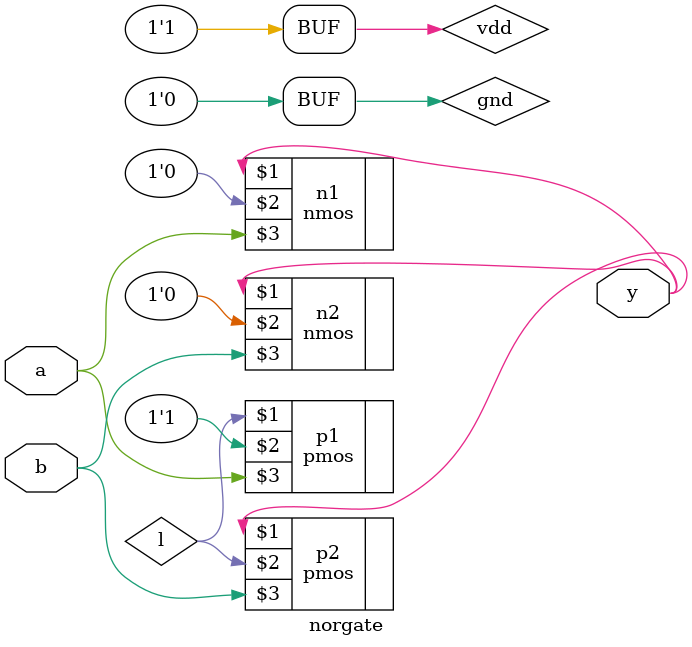
<source format=sv>
module norgate(a,b,y);
input a,b;
output y;
wire l;
supply1 vdd;
supply0 gnd;
pmos p1(l,vdd,a);
pmos p2(y,l,b);
nmos n2(y,gnd,b);
nmos n1(y,gnd,a);
endmodule


</source>
